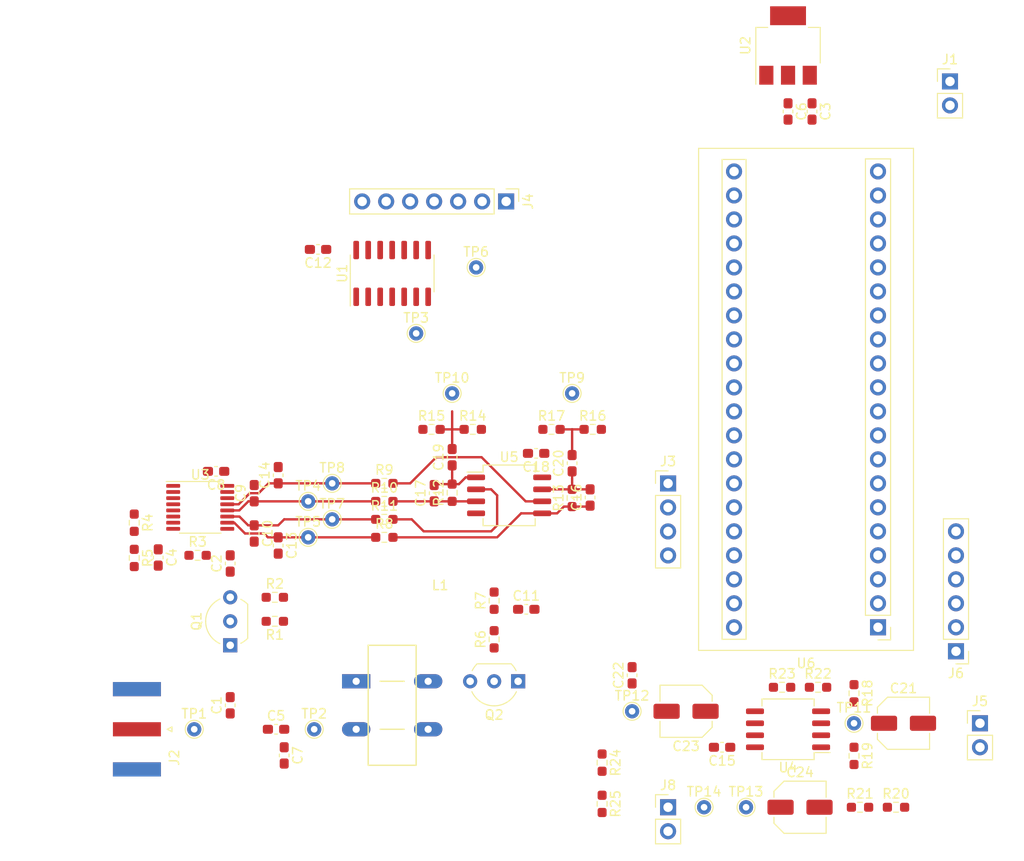
<source format=kicad_pcb>
(kicad_pcb (version 20211014) (generator pcbnew)

  (general
    (thickness 1.6)
  )

  (paper "A4")
  (layers
    (0 "F.Cu" signal)
    (31 "B.Cu" signal)
    (32 "B.Adhes" user "B.Adhesive")
    (33 "F.Adhes" user "F.Adhesive")
    (34 "B.Paste" user)
    (35 "F.Paste" user)
    (36 "B.SilkS" user "B.Silkscreen")
    (37 "F.SilkS" user "F.Silkscreen")
    (38 "B.Mask" user)
    (39 "F.Mask" user)
    (40 "Dwgs.User" user "User.Drawings")
    (41 "Cmts.User" user "User.Comments")
    (42 "Eco1.User" user "User.Eco1")
    (43 "Eco2.User" user "User.Eco2")
    (44 "Edge.Cuts" user)
    (45 "Margin" user)
    (46 "B.CrtYd" user "B.Courtyard")
    (47 "F.CrtYd" user "F.Courtyard")
    (48 "B.Fab" user)
    (49 "F.Fab" user)
    (50 "User.1" user)
    (51 "User.2" user)
    (52 "User.3" user)
    (53 "User.4" user)
    (54 "User.5" user)
    (55 "User.6" user)
    (56 "User.7" user)
    (57 "User.8" user)
    (58 "User.9" user)
  )

  (setup
    (pad_to_mask_clearance 0)
    (pcbplotparams
      (layerselection 0x00010fc_ffffffff)
      (disableapertmacros false)
      (usegerberextensions false)
      (usegerberattributes true)
      (usegerberadvancedattributes true)
      (creategerberjobfile true)
      (svguseinch false)
      (svgprecision 6)
      (excludeedgelayer true)
      (plotframeref false)
      (viasonmask false)
      (mode 1)
      (useauxorigin false)
      (hpglpennumber 1)
      (hpglpenspeed 20)
      (hpglpendiameter 15.000000)
      (dxfpolygonmode true)
      (dxfimperialunits true)
      (dxfusepcbnewfont true)
      (psnegative false)
      (psa4output false)
      (plotreference true)
      (plotvalue true)
      (plotinvisibletext false)
      (sketchpadsonfab false)
      (subtractmaskfromsilk false)
      (outputformat 1)
      (mirror false)
      (drillshape 1)
      (scaleselection 1)
      (outputdirectory "")
    )
  )

  (net 0 "")
  (net 1 "Net-(C1-Pad2)")
  (net 2 "Net-(Q1-Pad2)")
  (net 3 "Net-(C2-Pad1)")
  (net 4 "GND")
  (net 5 "Net-(Q2-Pad2)")
  (net 6 "Net-(L1-Pad2)")
  (net 7 "RF")
  (net 8 "Net-(C5-Pad2)")
  (net 9 "Net-(C9-Pad1)")
  (net 10 "Net-(C13-Pad1)")
  (net 11 "Net-(R7-Pad2)")
  (net 12 "Net-(C10-Pad1)")
  (net 13 "Net-(C14-Pad1)")
  (net 14 "ADC_Q")
  (net 15 "ADC_I")
  (net 16 "Net-(C21-Pad1)")
  (net 17 "A_OUT")
  (net 18 "ADC_MIC")
  (net 19 "Net-(J8-Pad1)")
  (net 20 "CLK0")
  (net 21 "Net-(U1-Pad2)")
  (net 22 "CLK1")
  (net 23 "Net-(U1-Pad4)")
  (net 24 "Net-(U1-Pad5)")
  (net 25 "Net-(U1-Pad11)")
  (net 26 "BIAS_PWM")
  (net 27 "+5V")
  (net 28 "+12V")
  (net 29 "unconnected-(U3-Pad3)")
  (net 30 "unconnected-(U3-Pad4)")
  (net 31 "unconnected-(U3-Pad5)")
  (net 32 "unconnected-(U3-Pad6)")
  (net 33 "unconnected-(U3-Pad7)")
  (net 34 "Net-(C2-Pad2)")
  (net 35 "Net-(C24-Pad2)")
  (net 36 "Net-(R20-Pad1)")
  (net 37 "Net-(C23-Pad1)")
  (net 38 "Net-(R22-Pad1)")
  (net 39 "Net-(C17-Pad2)")
  (net 40 "Net-(R11-Pad2)")
  (net 41 "Net-(C17-Pad1)")
  (net 42 "SDA_PLL")
  (net 43 "SCL_PLL")
  (net 44 "RX_EN")
  (net 45 "unconnected-(U6-Pad7)")
  (net 46 "unconnected-(U6-Pad11)")
  (net 47 "unconnected-(U6-Pad12)")
  (net 48 "SDA_DISP")
  (net 49 "SCL_DISP")
  (net 50 "unconnected-(U6-Pad21)")
  (net 51 "unconnected-(U6-Pad22)")
  (net 52 "unconnected-(U6-Pad30)")
  (net 53 "+3.3V")
  (net 54 "unconnected-(U6-Pad37)")
  (net 55 "Net-(J6-Pad3)")
  (net 56 "Net-(C16-Pad1)")
  (net 57 "Net-(R9-Pad2)")
  (net 58 "Net-(C16-Pad2)")
  (net 59 "Net-(C4-Pad1)")
  (net 60 "Net-(C11-Pad1)")
  (net 61 "Net-(C21-Pad2)")
  (net 62 "CLK2")
  (net 63 "Net-(J6-Pad2)")
  (net 64 "Net-(J6-Pad4)")
  (net 65 "Net-(J6-Pad5)")
  (net 66 "unconnected-(U6-Pad5)")
  (net 67 "unconnected-(U6-Pad6)")
  (net 68 "unconnected-(U6-Pad34)")
  (net 69 "unconnected-(U6-Pad33)")
  (net 70 "unconnected-(U6-Pad8)")
  (net 71 "unconnected-(U6-Pad32)")
  (net 72 "unconnected-(U6-Pad9)")
  (net 73 "unconnected-(U6-Pad10)")
  (net 74 "unconnected-(U6-Pad28)")
  (net 75 "unconnected-(U6-Pad27)")
  (net 76 "unconnected-(U6-Pad24)")
  (net 77 "unconnected-(U6-Pad17)")
  (net 78 "unconnected-(U6-Pad23)")

  (footprint "Capacitor_SMD:C_0603_1608Metric_Pad1.08x0.95mm_HandSolder" (layer "F.Cu") (at 63.5 115.57 90))

  (footprint "TestPoint:TestPoint_THTPad_D1.5mm_Drill0.7mm" (layer "F.Cu") (at 118.11 126.365))

  (footprint "TestPoint:TestPoint_THTPad_D1.5mm_Drill0.7mm" (layer "F.Cu") (at 129.54 117.475))

  (footprint "Resistor_SMD:R_0603_1608Metric_Pad0.98x0.95mm_HandSolder" (layer "F.Cu") (at 79.815 92.075))

  (footprint "Capacitor_SMD:C_0603_1608Metric_Pad1.08x0.95mm_HandSolder" (layer "F.Cu") (at 69.215 120.8775 -90))

  (footprint "Resistor_SMD:R_0603_1608Metric_Pad0.98x0.95mm_HandSolder" (layer "F.Cu") (at 86.995 93.0675 90))

  (footprint "Resistor_SMD:R_0603_1608Metric_Pad0.98x0.95mm_HandSolder" (layer "F.Cu") (at 101.8775 86.36))

  (footprint "Resistor_SMD:R_0603_1608Metric_Pad0.98x0.95mm_HandSolder" (layer "F.Cu") (at 129.54 114.3 -90))

  (footprint "Connector_PinHeader_2.54mm:PinHeader_1x07_P2.54mm_Vertical" (layer "F.Cu") (at 92.71 62.23 -90))

  (footprint "Resistor_SMD:R_0603_1608Metric_Pad0.98x0.95mm_HandSolder" (layer "F.Cu") (at 68.2225 104.14))

  (footprint "Package_SO:SO-8_5.3x6.2mm_P1.27mm" (layer "F.Cu") (at 93.0275 93.345))

  (footprint "Connector_Coaxial:SMA_Amphenol_132289_EdgeMount" (layer "F.Cu") (at 53.6225 118.11 180))

  (footprint "TestPoint:TestPoint_THTPad_D1.5mm_Drill0.7mm" (layer "F.Cu") (at 74.295 95.885))

  (footprint "Capacitor_SMD:C_0603_1608Metric_Pad1.08x0.95mm_HandSolder" (layer "F.Cu") (at 115.57 120.015 180))

  (footprint "TestPoint:TestPoint_THTPad_D1.5mm_Drill0.7mm" (layer "F.Cu") (at 59.69 118.11))

  (footprint "Capacitor_SMD:C_0603_1608Metric_Pad1.08x0.95mm_HandSolder" (layer "F.Cu") (at 68.58 91.2125 90))

  (footprint "Package_TO_SOT_THT:TO-92_Inline_Wide" (layer "F.Cu") (at 93.98 113.03 180))

  (footprint "Resistor_SMD:R_0603_1608Metric_Pad0.98x0.95mm_HandSolder" (layer "F.Cu") (at 53.34 99.9725 -90))

  (footprint "Capacitor_SMD:C_0603_1608Metric_Pad1.08x0.95mm_HandSolder" (layer "F.Cu") (at 125.095 52.705 -90))

  (footprint "Package_TO_SOT_THT:TO-92_Inline_Wide" (layer "F.Cu") (at 63.5 109.22 90))

  (footprint "Resistor_SMD:R_0603_1608Metric_Pad0.98x0.95mm_HandSolder" (layer "F.Cu") (at 79.815 97.79))

  (footprint "TestPoint:TestPoint_THTPad_D1.5mm_Drill0.7mm" (layer "F.Cu") (at 74.295 92.075))

  (footprint "Connector_PinHeader_2.54mm:PinHeader_1x06_P2.54mm_Vertical" (layer "F.Cu") (at 140.335 109.855 180))

  (footprint "TestPoint:TestPoint_THTPad_D1.5mm_Drill0.7mm" (layer "F.Cu") (at 89.535 69.215))

  (footprint "TestPoint:TestPoint_THTPad_D1.5mm_Drill0.7mm" (layer "F.Cu") (at 113.665 126.365))

  (footprint "Resistor_SMD:R_0603_1608Metric_Pad0.98x0.95mm_HandSolder" (layer "F.Cu") (at 102.87 126.0075 -90))

  (footprint "Capacitor_SMD:C_0603_1608Metric_Pad1.08x0.95mm_HandSolder" (layer "F.Cu") (at 63.5 100.5575 90))

  (footprint "Capacitor_SMD:C_0603_1608Metric_Pad1.08x0.95mm_HandSolder" (layer "F.Cu") (at 99.695 89.9425 90))

  (footprint "Resistor_SMD:R_0603_1608Metric_Pad0.98x0.95mm_HandSolder" (layer "F.Cu") (at 84.8125 86.36))

  (footprint "Resistor_SMD:R_0603_1608Metric_Pad0.98x0.95mm_HandSolder" (layer "F.Cu") (at 133.985 126.365))

  (footprint "TestPoint:TestPoint_THTPad_D1.5mm_Drill0.7mm" (layer "F.Cu") (at 72.39 118.11))

  (footprint "TestPoint:TestPoint_THTPad_D1.5mm_Drill0.7mm" (layer "F.Cu") (at 86.995 82.55))

  (footprint "Resistor_SMD:R_0603_1608Metric_Pad0.98x0.95mm_HandSolder" (layer "F.Cu") (at 79.815 93.98))

  (footprint "Capacitor_SMD:C_0603_1608Metric_Pad1.08x0.95mm_HandSolder" (layer "F.Cu") (at 106.045 112.395 90))

  (footprint "Resistor_SMD:R_0603_1608Metric_Pad0.98x0.95mm_HandSolder" (layer "F.Cu") (at 121.92 113.665))

  (footprint "Capacitor_SMD:C_0603_1608Metric_Pad1.08x0.95mm_HandSolder" (layer "F.Cu") (at 94.8425 105.41))

  (footprint "Capacitor_SMD:C_0603_1608Metric_Pad1.08x0.95mm_HandSolder" (layer "F.Cu") (at 68.58 98.6525 -90))

  (footprint "TestPoint:TestPoint_THTPad_D1.5mm_Drill0.7mm" (layer "F.Cu") (at 99.695 82.55))

  (footprint "Package_SO:SO-8_5.3x6.2mm_P1.27mm" (layer "F.Cu") (at 122.555 118.11 180))

  (footprint "Package_SO:TSSOP-16_4.4x5mm_P0.65mm" (layer "F.Cu") (at 60.325 94.615))

  (footprint "Connector_PinHeader_2.54mm:PinHeader_1x02_P2.54mm_Vertical" (layer "F.Cu") (at 109.855 126.365))

  (footprint "Resistor_SMD:R_0603_1608Metric_Pad0.98x0.95mm_HandSolder" (layer "F.Cu") (at 97.5125 86.36))

  (footprint "Capacitor_SMD:C_0603_1608Metric_Pad1.08x0.95mm_HandSolder" (layer "F.Cu") (at 122.555 52.705 -90))

  (footprint "Resistor_SMD:R_0603_1608Metric_Pad0.98x0.95mm_HandSolder" (layer "F.Cu") (at 130.175 126.365))

  (footprint "Capacitor_SMD:C_Elec_5x5.8" (layer "F.Cu") (at 134.7775 117.475))

  (footprint "Resistor_SMD:R_0603_1608Metric_Pad0.98x0.95mm_HandSolder" (layer "F.Cu") (at 89.1775 86.36))

  (footprint "Package_TO_SOT_SMD:SOT-223-3_TabPin2" (layer "F.Cu") (at 122.555 45.72 90))

  (footprint "Resistor_SMD:R_0603_1608Metric_Pad0.98x0.95mm_HandSolder" (layer "F.Cu") (at 60.0475 99.695))

  (footprint "TestPoint:TestPoint_THTPad_D1.5mm_Drill0.7mm" (layer "F.Cu") (at 83.185 76.2))

  (footprint "Resistor_SMD:R_0603_1608Metric_Pad0.98x0.95mm_HandSolder" (layer "F.Cu") (at 125.73 113.665))

  (footprint "Capacitor_SMD:C_0603_1608Metric_Pad1.08x0.95mm_HandSolder" (layer "F.Cu") (at 55.88 99.9225 -90))

  (footprint "Resistor_SMD:R_0603_1608Metric_Pad0.98x0.95mm_HandSolder" (layer "F.Cu") (at 91.44 104.4975 90))

  (footprint "Resistor_SMD:R_0603_1608Metric_Pad0.98x0.95mm_HandSolder" (layer "F.Cu") (at 102.87 121.6425 -90))

  (footprint "Connector_PinHeader_2.54mm:PinHeader_1x02_P2.54mm_Vertical" (layer "F.Cu") (at 139.7 49.525))

  (footprint "Resistor_SMD:R_0603_1608Metric_Pad0.98x0.95mm_HandSolder" (layer "F.Cu") (at 129.54 120.9275 -90))

  (footprint "Connector_PinHeader_2.54mm:PinHeader_1x04_P2.54mm_Vertical" (layer "F.Cu") (at 109.855 92.085))

  (footprint "Resistor_SMD:R_0603_1608Metric_Pad0.98x0.95mm_HandSolder" (layer "F.Cu") (at 99.695 93.6225 90))

  (footprint "misc:transformer_bifilar" (layer "F.Cu") (at 80.645 115.57))

  (footprint "Capacitor_SMD:C_Elec_5x5.8" (layer "F.Cu") (at 111.76 116.205 180))

  (footprint "Resistor_SMD:R_0603_1608Metric_Pad0.98x0.95mm_HandSolder" (layer "F.Cu") (at 53.34 96.2425 -90))

  (footprint "Capacitor_SMD:C_0603_1608Metric_Pad1.08x0.95mm_HandSolder" (layer "F.Cu") (at 85.09 93.1175 90))

  (footprint "Capacitor_SMD:C_0603_1608Metric_Pad1.08x0.95mm_HandSolder" (layer "F.Cu") (at 72.7975 67.31 180))

  (footprint "misc:YAAJ_BluePill_2" (layer "F.Cu")
    (tedit 5F81AE11) (tstamp ca3e6fa0-782b-4215-8bd1-03fbae335130)
    (at 132.08 107.315 180)
    (descr "Through hole headers for BluePill module. No SWD breakout. Fancy silkscreen.")
    (tags "module BlluePill Blue Pill header SWD breakout")
    (property "Sheetfile" "File: fartrx.kicad_sch")
    (property "Sheetname" "")
    (path "/7adaa88d-df55-4493-b328-098067816dd2")
    (attr through_hole)
    (fp_text reference "U6" (at 7.62 -3.81) (layer "F.SilkS")
      (effects (font (size 1 1) (thickness 0.15)))
      (tstamp bd914e52-ac64-4c50-b8e8-fe5656988404)
    )
    (fp_text value "YAAJ_BluePill" (at 20.32 24.765 90) (layer "F.Fab") hide
      (effects (font (size 1 1) (thickness 0.15)))
      (tstamp 00877895-49a6-4425-bd58-61d8b2b0408d)
    )
    (fp_text user "Y@@J" (at 2.921 -1.016 270 unlocked) (layer "Dwgs.User")
      (effects (font (size 0.5 0.5) (thickness 0.1)))
      (tstamp e1643047-e41b-4ec9-9e08-e38cbf1479f7)
    )
    (fp_text user "REF**" (at 7.62 24.13 90) (layer "F.Fab")
      (effects (font (size 1 1) (thickness 0.15)))
      (tstamp 3c66d7c2-76af-40ce-bc7a-70e877f333c8)
    )
    (fp_line (start 1.33 1.27) (end 1.33 49.59) (layer "F.SilkS") (width 0.12) (tstamp 03c3da2f-f65f-4780-812c-5983ca602ca5))
    (fp_line (start -1.33 1.27) (end 1.33 1.27) (layer "F.SilkS") (width 0.12) (tstamp 1426d9a7-934b-4f20-9312-45b265655e3b))
    (fp_line (start 13.97 -1.27) (end 16.51 -1.27) (layer "F.SilkS") (width 0.12) (tstamp 3bc4614d-b75a-414e-af2e-f1d8dc0f222a))
    (fp_line (start -1.33 -1.33) (end 0 -1.33) (layer "F.SilkS") (width 0.12) (tstamp 90d109e6-1740-4f81-b488-8fb00e3c10bb))
    (fp_line (start 18.995 -2.445) (end 18.995 50.705) (layer "F.SilkS") (width 0.12) (tstamp 90e96106-f273-48ac-8701-a161e6705533))
    (fp_line (start 16.51 49.53) (end 13.97 49.53) (layer "F.SilkS") (width 0.12) (tstamp 9498ec38-005a-4bc5-8a6e-9e0e96a75bbe))
    (fp_line (start -1.33 49.59) (end -1.33 1.27) (layer "F.SilkS") (width 0.12) (tstamp b2913903-3dd7-4c23-9981-caab898a96fe))
    (fp_line (start 13.97 49.53) (end 13.97 -1.27) (layer "F.SilkS") (width 0.12) (tstamp b2ce6c30-87ea-4de9-b724-185af3145b4f))
    (fp_line (start 18.995 50.705) (end -3.755 50.705) (layer "F.SilkS") (width 0.12) (tstamp c83a98c7-0b14-4e21-aa27-29116161f872))
    (fp_line (start -3.755 50.705) (end -3.755 -2.445) (layer "F.SilkS") (width 0.12) (tstamp cef9930b-c0f8-4578-958d-3a0ef78b9be2))
    (fp_line (start 1.33 49.59) (end -1.33 49.59) (layer "F.SilkS") (width 0.12) (tstamp e459f3fe-cc60-4258-96b2-92a64cc2d73f))
    (fp_line (start -3.755 -2.445) (end 18.995 -2.445) (layer "F.SilkS") (width 0.12) (tstamp ea69a46c-f9db-4474-b1aa-990057c16f7b))
    (fp_line (start -1.33 0) (end -1.33 -1.33) (layer "F.SilkS") (width 0.12) (tstamp eb960089-2bd8-4bae-b911-d9a752ee4245))
    (fp_line (start 16.51 -1.27) (end 16.51 49.53) (layer "F.SilkS") (width 0.12) (tstamp f464eba5-c393-4b98-91a0-771e47d8dff6))
    (fp_line (start 17.04 50.06) (end 13.44 50.06) (layer "F.CrtYd") (width 0.05) (tstamp 025272cf-fb4a-4886-a5f8-510ca87fe8a7))
    (fp_line (start -3.93 -2.62) (end 19.17 -2.62) (layer "F.CrtYd") (width 0.05) (tstamp 049ba09e-900d-4b06-bc43-08ca032ad5eb))
    (fp_line (start 13.44 -1.8) (end 13.44 45.72) (layer "F.CrtYd") (width 0.05) (tstamp 2b0c6f2f-134d-44c0-a0a9-08568ec8c51f))
    (fp_line (start -3.93 50.88) (end -3.93 -2.62) (layer "F.CrtYd") (width 0.05) (tstamp 36c8134e-19b8-4bec-b799-554b3e3aff9f))
    (fp_line (start 13.44 -1.8) (end 17.04 -1.8) (layer "F.CrtYd") (width 0.05) (tstamp 49010942-4c47-4a78-837b-8199ebb9b2b8))
    (fp_line (start 17.04 -1.8) (end 17.04 50.06) (layer "F.CrtYd") (width 0.05) (tstamp 5d39283e-3f66-49d9-8ab7-2fc8508ecf6c))
    (fp_line (start 1.8 45.72) (end 1.8 50.06) (layer "F.CrtYd") (width 0.05) (tstamp 5f3b2e73-8a64-42a1-a508-b7994b7ca2e9))
    (fp_line (start 1.8 -1.8) (end -1.8 -1.8) (layer "F.CrtYd") (width 0.05) (tstamp 661c1c9d-f3aa-475c-96b6-4af84256ec46))
    (fp_line (start 19.17 -2.62) (end 19.17 50.88) (layer "F.CrtYd") (width 0.05) (tstamp 6efd1061-063e-49f4-825e-3eb4fd0a0828))
    (fp_line (start -1.8 -1.8) (end -1.8 50.06) (layer "F.CrtYd") (width 0.05) (tstamp 79643167-c2fa-4785-8203-d86754569cee))
    (fp_line (start -1.8 50.06) (end 1.8 50.06) (layer "F.CrtYd") (width 0.05) (tstamp 8ac70570-98ce-4dc5-9907-812f18964cca))
    (fp_line (start 1.8 -1.8) (end 1.8 45.72) (layer "F.CrtYd") (width 0.05) (tstamp 94e15bcc-abe3-44bd-9702-983304d05067))
    (fp_line (start 19.17 50.88) (end -3.93 50.88) (layer "F.CrtYd") (width 0.05) (tstamp ac614fdc-8377-4414-b7f1-79ef33ad4bee))
    (fp_line (start 13.44 45.72) (end 13.44 50.06) (layer "F.CrtYd") (width 0.05) (tstamp fbfa9879-c417-40fe-ba9f-52a676c073c0))
    (fp_line (start 18.92 -2.37) (end 18.92 50.63) (layer "F.Fab") (width 0.12) (tstamp 087c5375-4143-4d8c-8725-6f75c356fa27))
    (fp_line (start 1.27 49.53) (end -1.27 49.53) (layer "F.Fab") (width 0.1) (tstamp 164335ed-0d95-45ce-9f60-6db293b67b1f))
    (fp_line (start -3.68 50.63) (end -3.68 -2.32) (layer "F.Fab") (width 0.12) (tstamp 3492c177-dd65-4dda-a611-c77c30c48b04))
    (fp_line (start 16.51 49.53) (end 13.97 49.53) (layer "F.Fab") (width 0.1) (tstamp 4b0afc34-525c-4fea-9ac3-0df5d3d28d00))
    (fp_line (start 13.97 -1.27) (end 16.51 -1.27) (layer "F.Fab") (width 0.1) (tstamp 5d44a06a-8cab-4848-9102-bf39ce7b7fa0))
    (fp_line (start 13.97 49.53) (end 13.97 -1.27) (layer "F.Fab") (width 0.1) (tstamp 6a366248-4e77-401c-bb75-842ff47d5dc1))
    (fp_line (start 11.52 3.48) (end 11.52 -2.32) (layer "F.Fab") (width 0.1) (tstamp 6c08332b-c463-4e52-975b-6cdfbf9b814c))
    (fp_line (start -1.27 49.53) (end -1.27 -0.635) (layer "F.Fab") (width 0.1) (tstamp 859cc295-a399-43ab-bdcc-31666f2a4c02))
    (fp_line (start 1.27 -1.27) (end 1.27 49.53) (layer "F.Fab") (width 0.1) (tstamp 94306e2c-903d-44a3-8dbe-8a9240bab91f))
    (fp_line (start -3.68 50.63) (end 18.92 50.63) (layer "F.Fab") (width 0.12) (tstamp a6f091ff-7b7c-47a1-a3e7-ea267f08a28d))
    (fp_line (start 3.72 3.48) (end 11.52 3.48) (layer "F.Fab") (width 0.1) (tstamp acf19aa
... [68814 chars truncated]
</source>
